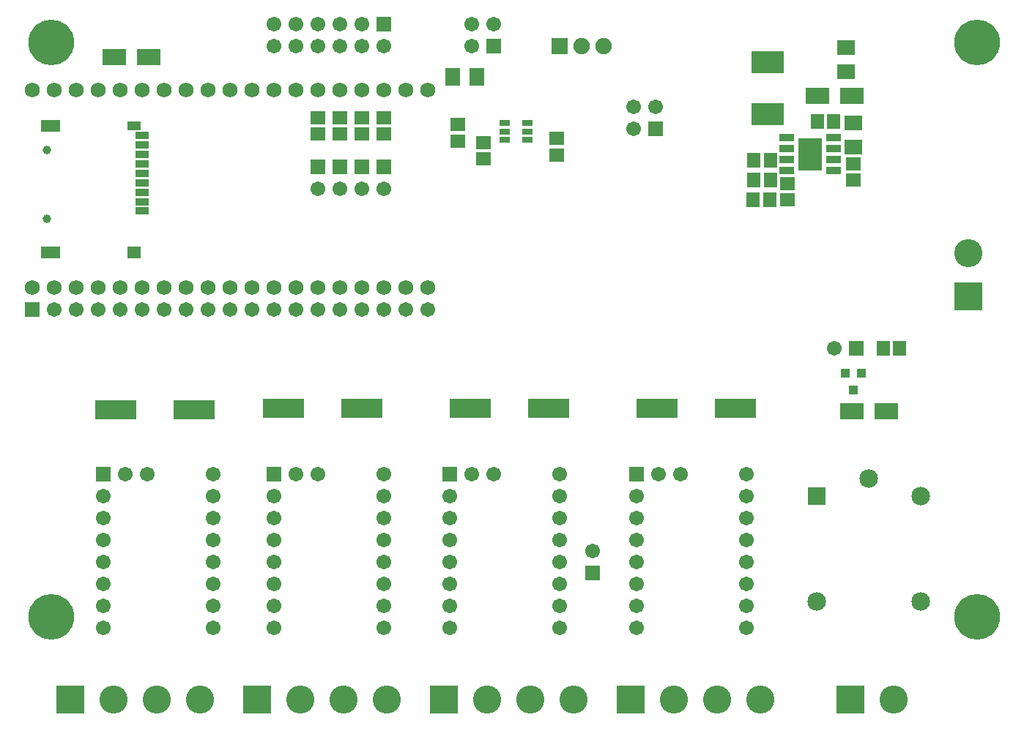
<source format=gbr>
G04 DipTrace 3.3.1.3*
G04 TopMask.gbr*
%MOIN*%
G04 #@! TF.FileFunction,Soldermask,Top*
G04 #@! TF.Part,Single*
%ADD58C,0.03937*%
%ADD70R,0.051339X0.031654*%
%ADD72R,0.111181X0.14622*%
%ADD74R,0.071024X0.032047*%
%ADD76C,0.067031*%
%ADD78R,0.067031X0.067031*%
%ADD80C,0.068031*%
%ADD82C,0.128031*%
%ADD84R,0.128031X0.128031*%
%ADD86R,0.06315X0.039528*%
%ADD88R,0.06315X0.055276*%
%ADD90R,0.086772X0.055276*%
%ADD92R,0.059213X0.035591*%
%ADD94R,0.067087X0.059213*%
%ADD96R,0.039528X0.043465*%
%ADD98C,0.208031*%
%ADD100R,0.145827X0.100551*%
%ADD102R,0.084803X0.084803*%
%ADD104C,0.084803*%
%ADD106C,0.074961*%
%ADD108R,0.074961X0.074961*%
%ADD110C,0.067087*%
%ADD112R,0.067087X0.067087*%
%ADD114R,0.106457X0.074961*%
%ADD116R,0.078898X0.071024*%
%ADD118R,0.059213X0.067087*%
%ADD120R,0.071024X0.078898*%
%ADD122R,0.185197X0.090709*%
%FSLAX26Y26*%
G04*
G70*
G90*
G75*
G01*
G04 TopMask*
%LPD*%
D122*
X1181102Y1889764D3*
X826772D3*
X1943701Y1893701D3*
X1589370D3*
X2793701D3*
X2439370D3*
D120*
X2468701Y3406201D3*
X2358465D3*
D122*
X3643701Y1893701D3*
X3289370D3*
D118*
X4018701Y3201701D3*
X4093504D3*
D116*
X4180701Y3194701D3*
Y3084465D3*
X4147467Y3427722D3*
Y3537958D3*
D118*
X3803701Y3025701D3*
X3728898D3*
D114*
X818701Y3493701D3*
X976181D3*
X4018701Y3318701D3*
X4176181D3*
X4331201Y1881201D3*
X4173720D3*
D112*
X2543701Y3543701D3*
D110*
X2443701D3*
X2543701Y3643701D3*
X2443701D3*
D112*
X3281201Y3168701D3*
D110*
X3181201D3*
X3281201Y3268701D3*
X3181201D3*
D112*
X443701Y2343701D3*
D110*
X543701D3*
X643701D3*
X743701D3*
X843701D3*
X943701D3*
X1043701D3*
X1143701D3*
X1243701D3*
X1343701D3*
X1443701D3*
X1543701D3*
X1643701D3*
X1743701D3*
X1843701D3*
X1943701D3*
X2043701D3*
X2143701D3*
X2243701D3*
D112*
X2043701Y3643701D3*
D110*
Y3543701D3*
X1943701Y3643701D3*
Y3543701D3*
X1843701Y3643701D3*
Y3543701D3*
X1743701Y3643701D3*
Y3543701D3*
X1643701Y3643701D3*
Y3543701D3*
X1543701Y3643701D3*
Y3543701D3*
D108*
X2843701D3*
D106*
X2943701D3*
X3043701D3*
D112*
X2043701Y2993701D3*
D110*
Y2893701D3*
D112*
X1943701Y2993701D3*
D110*
Y2893701D3*
D112*
X1843701Y2993701D3*
D110*
Y2893701D3*
D112*
X1743701Y2993701D3*
D110*
Y2893701D3*
D112*
X4193701Y2168701D3*
D110*
X4093701D3*
D112*
X2993701Y1143701D3*
D110*
Y1243701D3*
D104*
X4251969Y1574803D3*
D102*
X4015748Y1496063D3*
D104*
X4488189D3*
X4015748Y1015748D3*
X4488189D3*
D100*
X3791255Y3233992D3*
Y3472181D3*
D98*
X531496Y944882D3*
X4744094Y3562992D3*
X531496D3*
X4744094Y944882D3*
D96*
X4218701Y2056201D3*
X4143898D3*
X4181299Y1977461D3*
D94*
X2499950Y3106201D3*
Y3031398D3*
X2043701Y3143701D3*
Y3218504D3*
X1943701Y3143701D3*
Y3218504D3*
X1843701Y3143701D3*
Y3218504D3*
X1743701Y3143701D3*
Y3218504D3*
D118*
X4318701Y2168701D3*
X4393504D3*
D94*
X3881701Y2843701D3*
Y2918504D3*
D118*
X3725701Y2843701D3*
X3800504D3*
D94*
X4180701Y2934701D3*
Y3009504D3*
D118*
X3803701Y2934701D3*
X3728898D3*
D92*
X943701Y2793701D3*
Y2837008D3*
Y2880315D3*
Y2923622D3*
Y2966929D3*
Y3010236D3*
Y3053543D3*
Y3096850D3*
Y3140157D3*
D90*
X528346Y2605512D3*
D88*
X910236D3*
D86*
Y3183465D3*
D90*
X528346D3*
D58*
X512598Y3072835D3*
Y2757874D3*
D84*
X4706201Y2406201D3*
D82*
Y2603051D3*
D84*
X4168701Y568701D3*
D82*
X4365551D3*
D84*
X618701D3*
D82*
X815551D3*
X1012402D3*
X1209252D3*
D84*
X1468701D3*
D82*
X1665551D3*
X1862402D3*
X2059252D3*
D84*
X2318701D3*
D82*
X2515551D3*
X2712402D3*
X2909252D3*
D84*
X3168701D3*
D82*
X3365551D3*
X3562402D3*
X3759252D3*
D80*
X443701Y3343701D3*
X543701D3*
X643701D3*
X743701D3*
X843701D3*
X943701D3*
X1043701D3*
X1143701D3*
X1243701D3*
X1343701D3*
X1443701D3*
X1543701D3*
X1643701D3*
X1743701D3*
X1843701D3*
X1943701D3*
X2043701D3*
X2143701D3*
X2243701D3*
X443701Y2443701D3*
X543701D3*
X643701D3*
X743701D3*
X843701D3*
X943701D3*
X1043701D3*
X1143701D3*
X1243701D3*
X1343701D3*
X1443701D3*
X1543701D3*
X1643701D3*
X1743701D3*
X1843701D3*
X1943701D3*
X2043701D3*
X2143701D3*
X2243701D3*
D78*
X768701Y1593701D3*
D76*
Y1493701D3*
Y1393701D3*
Y1293701D3*
Y1193701D3*
Y1093701D3*
Y993701D3*
Y893701D3*
X1268701D3*
Y993701D3*
Y1093701D3*
Y1193701D3*
Y1293701D3*
Y1393701D3*
Y1493701D3*
Y1593701D3*
X868701D3*
X968701D3*
D78*
X1543701D3*
D76*
Y1493701D3*
Y1393701D3*
Y1293701D3*
Y1193701D3*
Y1093701D3*
Y993701D3*
Y893701D3*
X2043701D3*
Y993701D3*
Y1093701D3*
Y1193701D3*
Y1293701D3*
Y1393701D3*
Y1493701D3*
Y1593701D3*
X1643701D3*
X1743701D3*
D78*
X2343701D3*
D76*
Y1493701D3*
Y1393701D3*
Y1293701D3*
Y1193701D3*
Y1093701D3*
Y993701D3*
Y893701D3*
X2843701D3*
Y993701D3*
Y1093701D3*
Y1193701D3*
Y1293701D3*
Y1393701D3*
Y1493701D3*
Y1593701D3*
X2443701D3*
X2543701D3*
D78*
X3193701D3*
D76*
Y1493701D3*
Y1393701D3*
Y1293701D3*
Y1193701D3*
Y1093701D3*
Y993701D3*
Y893701D3*
X3693701D3*
Y993701D3*
Y1093701D3*
Y1193701D3*
Y1293701D3*
Y1393701D3*
Y1493701D3*
Y1593701D3*
X3293701D3*
X3393701D3*
D74*
X3878745Y3127753D3*
Y3077753D3*
Y3027753D3*
Y2977753D3*
X4091344D3*
Y3027753D3*
Y3077753D3*
Y3127753D3*
D72*
X3985045Y3052753D3*
D70*
X2593701Y3193701D3*
Y3156299D3*
Y3118898D3*
X2700000D3*
Y3156299D3*
Y3193701D3*
D94*
X2381201Y3187451D3*
Y3112648D3*
X2831201Y3124950D3*
Y3050147D3*
M02*

</source>
